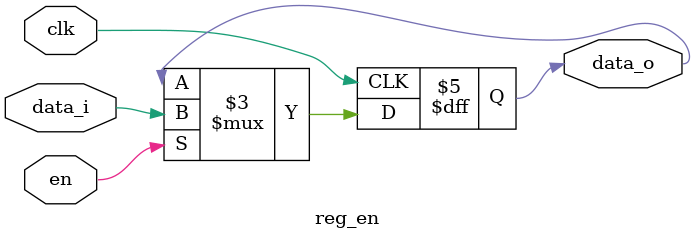
<source format=v>
`include "mydefines.v"
module reg_en #(
    parameter DW = 1, 
    parameter REG_NAME = "reg_rs"
) (
    input clk,
    input en,
    input [DW-1:0] data_i,
    output reg [DW-1:0] data_o
);
    always @(posedge clk) begin
        if(en == 1'b1)
            data_o <= data_i;
    end
`ifdef PLATFORM_SIM
    xchecker_reg #(
        .DW             (1),
        .SIGNAL_NAME    ({"en of ", REG_NAME})
    )xchecker_en(
        .clk        (clk),
        .data_i      (en)
    );
`endif
endmodule

</source>
